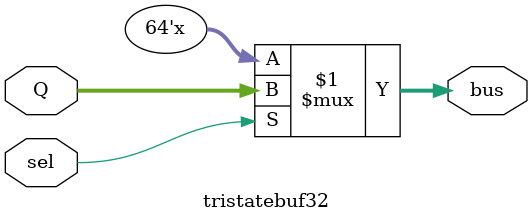
<source format=v>
`timescale 1ns / 1ps

module tristatebuf64(sel, Q, bus);
    // inputs and outputs
    input [63:0] Q;
    input sel;
    output[63:0] bus;
    
    assign bus = sel ? Q : 64'bz;
endmodule

// module for 32-bit tri-state buffer
module tristatebuf32(sel, Q, bus);
    // inputs and outputs
    input [63:0] Q;
    input sel;
    output[63:0] bus;
    
    assign bus = sel ? Q : 64'bz;
endmodule
</source>
